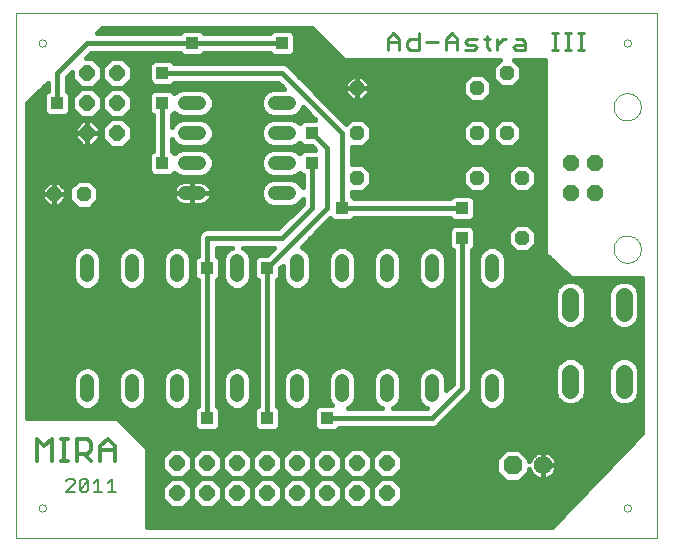
<source format=gtl>
G75*
G70*
%OFA0B0*%
%FSLAX24Y24*%
%IPPOS*%
%LPD*%
%AMOC8*
5,1,8,0,0,1.08239X$1,22.5*
%
%ADD10C,0.0000*%
%ADD11C,0.0130*%
%ADD12C,0.0080*%
%ADD13C,0.0110*%
%ADD14OC8,0.0531*%
%ADD15OC8,0.0477*%
%ADD16OC8,0.0620*%
%ADD17C,0.0620*%
%ADD18C,0.0557*%
%ADD19C,0.0477*%
%ADD20OC8,0.0517*%
%ADD21R,0.0394X0.0394*%
%ADD22C,0.0160*%
D10*
X000103Y000105D02*
X021473Y000105D01*
X021473Y017601D01*
X000103Y017601D01*
X000103Y000105D01*
X000855Y001101D02*
X000857Y001122D01*
X000863Y001142D01*
X000872Y001162D01*
X000884Y001179D01*
X000899Y001193D01*
X000917Y001205D01*
X000937Y001213D01*
X000957Y001218D01*
X000978Y001219D01*
X000999Y001216D01*
X001019Y001210D01*
X001038Y001199D01*
X001055Y001186D01*
X001068Y001170D01*
X001079Y001152D01*
X001087Y001132D01*
X001091Y001112D01*
X001091Y001090D01*
X001087Y001070D01*
X001079Y001050D01*
X001068Y001032D01*
X001055Y001016D01*
X001038Y001003D01*
X001019Y000992D01*
X000999Y000986D01*
X000978Y000983D01*
X000957Y000984D01*
X000937Y000989D01*
X000917Y000997D01*
X000899Y001009D01*
X000884Y001023D01*
X000872Y001040D01*
X000863Y001060D01*
X000857Y001080D01*
X000855Y001101D01*
X020355Y001101D02*
X020357Y001122D01*
X020363Y001142D01*
X020372Y001162D01*
X020384Y001179D01*
X020399Y001193D01*
X020417Y001205D01*
X020437Y001213D01*
X020457Y001218D01*
X020478Y001219D01*
X020499Y001216D01*
X020519Y001210D01*
X020538Y001199D01*
X020555Y001186D01*
X020568Y001170D01*
X020579Y001152D01*
X020587Y001132D01*
X020591Y001112D01*
X020591Y001090D01*
X020587Y001070D01*
X020579Y001050D01*
X020568Y001032D01*
X020555Y001016D01*
X020538Y001003D01*
X020519Y000992D01*
X020499Y000986D01*
X020478Y000983D01*
X020457Y000984D01*
X020437Y000989D01*
X020417Y000997D01*
X020399Y001009D01*
X020384Y001023D01*
X020372Y001040D01*
X020363Y001060D01*
X020357Y001080D01*
X020355Y001101D01*
X020020Y009731D02*
X020022Y009773D01*
X020028Y009815D01*
X020038Y009857D01*
X020051Y009897D01*
X020069Y009936D01*
X020090Y009973D01*
X020114Y010007D01*
X020142Y010040D01*
X020172Y010070D01*
X020205Y010096D01*
X020240Y010120D01*
X020278Y010140D01*
X020317Y010156D01*
X020357Y010169D01*
X020399Y010178D01*
X020441Y010183D01*
X020484Y010184D01*
X020526Y010181D01*
X020568Y010174D01*
X020609Y010163D01*
X020649Y010148D01*
X020687Y010130D01*
X020724Y010108D01*
X020758Y010083D01*
X020790Y010055D01*
X020818Y010024D01*
X020844Y009990D01*
X020867Y009954D01*
X020886Y009917D01*
X020902Y009877D01*
X020914Y009836D01*
X020922Y009795D01*
X020926Y009752D01*
X020926Y009710D01*
X020922Y009667D01*
X020914Y009626D01*
X020902Y009585D01*
X020886Y009545D01*
X020867Y009508D01*
X020844Y009472D01*
X020818Y009438D01*
X020790Y009407D01*
X020758Y009379D01*
X020724Y009354D01*
X020687Y009332D01*
X020649Y009314D01*
X020609Y009299D01*
X020568Y009288D01*
X020526Y009281D01*
X020484Y009278D01*
X020441Y009279D01*
X020399Y009284D01*
X020357Y009293D01*
X020317Y009306D01*
X020278Y009322D01*
X020240Y009342D01*
X020205Y009366D01*
X020172Y009392D01*
X020142Y009422D01*
X020114Y009455D01*
X020090Y009489D01*
X020069Y009526D01*
X020051Y009565D01*
X020038Y009605D01*
X020028Y009647D01*
X020022Y009689D01*
X020020Y009731D01*
X020020Y014471D02*
X020022Y014513D01*
X020028Y014555D01*
X020038Y014597D01*
X020051Y014637D01*
X020069Y014676D01*
X020090Y014713D01*
X020114Y014747D01*
X020142Y014780D01*
X020172Y014810D01*
X020205Y014836D01*
X020240Y014860D01*
X020278Y014880D01*
X020317Y014896D01*
X020357Y014909D01*
X020399Y014918D01*
X020441Y014923D01*
X020484Y014924D01*
X020526Y014921D01*
X020568Y014914D01*
X020609Y014903D01*
X020649Y014888D01*
X020687Y014870D01*
X020724Y014848D01*
X020758Y014823D01*
X020790Y014795D01*
X020818Y014764D01*
X020844Y014730D01*
X020867Y014694D01*
X020886Y014657D01*
X020902Y014617D01*
X020914Y014576D01*
X020922Y014535D01*
X020926Y014492D01*
X020926Y014450D01*
X020922Y014407D01*
X020914Y014366D01*
X020902Y014325D01*
X020886Y014285D01*
X020867Y014248D01*
X020844Y014212D01*
X020818Y014178D01*
X020790Y014147D01*
X020758Y014119D01*
X020724Y014094D01*
X020687Y014072D01*
X020649Y014054D01*
X020609Y014039D01*
X020568Y014028D01*
X020526Y014021D01*
X020484Y014018D01*
X020441Y014019D01*
X020399Y014024D01*
X020357Y014033D01*
X020317Y014046D01*
X020278Y014062D01*
X020240Y014082D01*
X020205Y014106D01*
X020172Y014132D01*
X020142Y014162D01*
X020114Y014195D01*
X020090Y014229D01*
X020069Y014266D01*
X020051Y014305D01*
X020038Y014345D01*
X020028Y014387D01*
X020022Y014429D01*
X020020Y014471D01*
X020355Y016601D02*
X020357Y016622D01*
X020363Y016642D01*
X020372Y016662D01*
X020384Y016679D01*
X020399Y016693D01*
X020417Y016705D01*
X020437Y016713D01*
X020457Y016718D01*
X020478Y016719D01*
X020499Y016716D01*
X020519Y016710D01*
X020538Y016699D01*
X020555Y016686D01*
X020568Y016670D01*
X020579Y016652D01*
X020587Y016632D01*
X020591Y016612D01*
X020591Y016590D01*
X020587Y016570D01*
X020579Y016550D01*
X020568Y016532D01*
X020555Y016516D01*
X020538Y016503D01*
X020519Y016492D01*
X020499Y016486D01*
X020478Y016483D01*
X020457Y016484D01*
X020437Y016489D01*
X020417Y016497D01*
X020399Y016509D01*
X020384Y016523D01*
X020372Y016540D01*
X020363Y016560D01*
X020357Y016580D01*
X020355Y016601D01*
X000855Y016601D02*
X000857Y016622D01*
X000863Y016642D01*
X000872Y016662D01*
X000884Y016679D01*
X000899Y016693D01*
X000917Y016705D01*
X000937Y016713D01*
X000957Y016718D01*
X000978Y016719D01*
X000999Y016716D01*
X001019Y016710D01*
X001038Y016699D01*
X001055Y016686D01*
X001068Y016670D01*
X001079Y016652D01*
X001087Y016632D01*
X001091Y016612D01*
X001091Y016590D01*
X001087Y016570D01*
X001079Y016550D01*
X001068Y016532D01*
X001055Y016516D01*
X001038Y016503D01*
X001019Y016492D01*
X000999Y016486D01*
X000978Y016483D01*
X000957Y016484D01*
X000937Y016489D01*
X000917Y016497D01*
X000899Y016509D01*
X000884Y016523D01*
X000872Y016540D01*
X000863Y016560D01*
X000857Y016580D01*
X000855Y016601D01*
D11*
X000801Y003396D02*
X001045Y003153D01*
X001288Y003396D01*
X001288Y002666D01*
X001593Y002666D02*
X001837Y002666D01*
X001715Y002666D02*
X001715Y003396D01*
X001593Y003396D02*
X001837Y003396D01*
X002121Y003396D02*
X002486Y003396D01*
X002608Y003275D01*
X002608Y003031D01*
X002486Y002909D01*
X002121Y002909D01*
X002121Y002666D02*
X002121Y003396D01*
X002365Y002909D02*
X002608Y002666D01*
X002913Y002666D02*
X002913Y003153D01*
X003156Y003396D01*
X003400Y003153D01*
X003400Y002666D01*
X003400Y003031D02*
X002913Y003031D01*
X000801Y002666D02*
X000801Y003396D01*
D12*
X001846Y002061D02*
X001776Y001991D01*
X001846Y002061D02*
X001987Y002061D01*
X002057Y001991D01*
X002057Y001921D01*
X001776Y001641D01*
X002057Y001641D01*
X002237Y001711D02*
X002517Y001991D01*
X002517Y001711D01*
X002447Y001641D01*
X002307Y001641D01*
X002237Y001711D01*
X002237Y001991D01*
X002307Y002061D01*
X002447Y002061D01*
X002517Y001991D01*
X002697Y001921D02*
X002837Y002061D01*
X002837Y001641D01*
X002697Y001641D02*
X002977Y001641D01*
X003157Y001641D02*
X003438Y001641D01*
X003298Y001641D02*
X003298Y002061D01*
X003157Y001921D01*
D13*
X012488Y016353D02*
X012488Y016746D01*
X012685Y016943D01*
X012882Y016746D01*
X012882Y016353D01*
X013133Y016451D02*
X013133Y016648D01*
X013231Y016746D01*
X013526Y016746D01*
X013526Y016943D02*
X013526Y016353D01*
X013231Y016353D01*
X013133Y016451D01*
X012882Y016648D02*
X012488Y016648D01*
X013777Y016648D02*
X014171Y016648D01*
X014422Y016648D02*
X014815Y016648D01*
X014815Y016746D02*
X014815Y016353D01*
X015066Y016353D02*
X015362Y016353D01*
X015460Y016451D01*
X015362Y016549D01*
X015165Y016549D01*
X015066Y016648D01*
X015165Y016746D01*
X015460Y016746D01*
X015711Y016746D02*
X015908Y016746D01*
X015809Y016845D02*
X015809Y016451D01*
X015908Y016353D01*
X016141Y016353D02*
X016141Y016746D01*
X016337Y016746D02*
X016141Y016549D01*
X016337Y016746D02*
X016436Y016746D01*
X016776Y016746D02*
X016973Y016746D01*
X017071Y016648D01*
X017071Y016353D01*
X016776Y016353D01*
X016678Y016451D01*
X016776Y016549D01*
X017071Y016549D01*
X017967Y016353D02*
X018164Y016353D01*
X018065Y016353D02*
X018065Y016943D01*
X017967Y016943D02*
X018164Y016943D01*
X018396Y016943D02*
X018593Y016943D01*
X018495Y016943D02*
X018495Y016353D01*
X018593Y016353D02*
X018396Y016353D01*
X018826Y016353D02*
X019023Y016353D01*
X018924Y016353D02*
X018924Y016943D01*
X018826Y016943D02*
X019023Y016943D01*
X014815Y016746D02*
X014619Y016943D01*
X014422Y016746D01*
X014422Y016353D01*
D14*
X018618Y012593D03*
X019406Y012593D03*
X019406Y011609D03*
X018618Y011609D03*
D15*
X016973Y012101D03*
X015473Y012101D03*
X015473Y013601D03*
X016473Y013601D03*
X015473Y015101D03*
X016473Y015601D03*
X011473Y015101D03*
X011473Y013601D03*
X011473Y012101D03*
X016973Y010101D03*
X002354Y011561D03*
X001354Y011561D03*
D16*
X016658Y002522D03*
D17*
X017658Y002522D03*
D18*
X018583Y005042D02*
X018583Y005600D01*
X020363Y005600D02*
X020363Y005042D01*
X020363Y007602D02*
X020363Y008160D01*
X018583Y008160D02*
X018583Y007602D01*
D19*
X015973Y008862D02*
X015973Y009340D01*
X013973Y009340D02*
X013973Y008862D01*
X012473Y008862D02*
X012473Y009340D01*
X010973Y009340D02*
X010973Y008862D01*
X009473Y008862D02*
X009473Y009340D01*
X007473Y009340D02*
X007473Y008862D01*
X005473Y008862D02*
X005473Y009340D01*
X003973Y009340D02*
X003973Y008862D01*
X002473Y008862D02*
X002473Y009340D01*
X005734Y011601D02*
X006211Y011601D01*
X006211Y012601D02*
X005734Y012601D01*
X005734Y013601D02*
X006211Y013601D01*
X006211Y014601D02*
X005734Y014601D01*
X008734Y014601D02*
X009211Y014601D01*
X009211Y013601D02*
X008734Y013601D01*
X008734Y012601D02*
X009211Y012601D01*
X009211Y011601D02*
X008734Y011601D01*
X009473Y005340D02*
X009473Y004862D01*
X010973Y004862D02*
X010973Y005340D01*
X012473Y005340D02*
X012473Y004862D01*
X013973Y004862D02*
X013973Y005340D01*
X015973Y005340D02*
X015973Y004862D01*
X007473Y004862D02*
X007473Y005340D01*
X005473Y005340D02*
X005473Y004862D01*
X003973Y004862D02*
X003973Y005340D01*
X002473Y005340D02*
X002473Y004862D01*
D20*
X005473Y002601D03*
X006473Y002601D03*
X007473Y002601D03*
X008473Y002601D03*
X009473Y002601D03*
X010473Y002601D03*
X011473Y002601D03*
X012473Y002601D03*
X012473Y001601D03*
X011473Y001601D03*
X010473Y001601D03*
X009473Y001601D03*
X008473Y001601D03*
X007473Y001601D03*
X006473Y001601D03*
X005473Y001601D03*
X003473Y013601D03*
X002473Y013601D03*
X002473Y014601D03*
X003473Y014601D03*
X003473Y015601D03*
X002473Y015601D03*
D21*
X001473Y014601D03*
X004973Y014601D03*
X004984Y015601D03*
X005973Y016601D03*
X008973Y016601D03*
X009973Y013601D03*
X009973Y012601D03*
X010973Y011101D03*
X008473Y009101D03*
X006473Y009101D03*
X004973Y012601D03*
X014973Y011101D03*
X014973Y010101D03*
X017473Y015101D03*
X010473Y004101D03*
X008473Y004101D03*
X006473Y004101D03*
D22*
X006473Y009101D01*
X006473Y010101D01*
X008973Y010101D01*
X009973Y011101D01*
X009973Y012601D01*
X010083Y013038D02*
X009728Y013038D01*
X009640Y013001D01*
X009572Y012934D01*
X009567Y012922D01*
X009483Y013007D01*
X009307Y013079D01*
X008639Y013079D01*
X008463Y013007D01*
X008328Y012872D01*
X008255Y012696D01*
X008255Y012506D01*
X008328Y012330D01*
X008463Y012195D01*
X008639Y012122D01*
X009307Y012122D01*
X009483Y012195D01*
X009567Y012280D01*
X009572Y012268D01*
X009640Y012200D01*
X009653Y012195D01*
X009653Y011786D01*
X009617Y011872D01*
X009483Y012007D01*
X009307Y012079D01*
X008639Y012079D01*
X008463Y012007D01*
X008328Y011872D01*
X008255Y011696D01*
X008255Y011506D01*
X008328Y011330D01*
X008463Y011195D01*
X008639Y011122D01*
X009307Y011122D01*
X009483Y011195D01*
X009617Y011330D01*
X009653Y011415D01*
X009653Y011233D01*
X008840Y010421D01*
X006409Y010421D01*
X006291Y010372D01*
X006201Y010282D01*
X006153Y010164D01*
X006153Y010037D01*
X006153Y009506D01*
X006140Y009501D01*
X006072Y009434D01*
X006036Y009345D01*
X006036Y008856D01*
X006072Y008768D01*
X006140Y008700D01*
X006153Y008695D01*
X006153Y004506D01*
X006140Y004501D01*
X006072Y004434D01*
X006036Y004345D01*
X006036Y003856D01*
X006072Y003768D01*
X006140Y003700D01*
X006228Y003664D01*
X006717Y003664D01*
X006805Y003700D01*
X006873Y003768D01*
X006909Y003856D01*
X006909Y004345D01*
X006873Y004434D01*
X006805Y004501D01*
X006793Y004506D01*
X006793Y008695D01*
X006805Y008700D01*
X006873Y008768D01*
X006909Y008856D01*
X006909Y009345D01*
X006873Y009434D01*
X006805Y009501D01*
X006793Y009506D01*
X006793Y009781D01*
X007287Y009781D01*
X007201Y009745D01*
X007067Y009611D01*
X006994Y009435D01*
X006994Y008767D01*
X007067Y008591D01*
X007201Y008456D01*
X007377Y008383D01*
X007568Y008383D01*
X007744Y008456D01*
X007878Y008591D01*
X007951Y008767D01*
X007951Y009435D01*
X007878Y009611D01*
X007744Y009745D01*
X007658Y009781D01*
X008700Y009781D01*
X008457Y009538D01*
X008228Y009538D01*
X008140Y009501D01*
X008072Y009434D01*
X008036Y009345D01*
X008036Y008856D01*
X008072Y008768D01*
X008140Y008700D01*
X008153Y008695D01*
X008153Y004506D01*
X008140Y004501D01*
X008072Y004434D01*
X008036Y004345D01*
X008036Y003856D01*
X008072Y003768D01*
X008140Y003700D01*
X008228Y003664D01*
X008717Y003664D01*
X008805Y003700D01*
X008873Y003768D01*
X008909Y003856D01*
X008909Y004345D01*
X008873Y004434D01*
X008805Y004501D01*
X008793Y004506D01*
X008793Y008695D01*
X008805Y008700D01*
X008873Y008768D01*
X008909Y008856D01*
X008909Y009085D01*
X008994Y009170D01*
X008994Y008767D01*
X009067Y008591D01*
X009201Y008456D01*
X009377Y008383D01*
X009568Y008383D01*
X009744Y008456D01*
X009878Y008591D01*
X009951Y008767D01*
X009951Y009435D01*
X009878Y009611D01*
X009744Y009745D01*
X009621Y009796D01*
X010582Y010758D01*
X010640Y010700D01*
X010728Y010664D01*
X011217Y010664D01*
X011305Y010700D01*
X011373Y010768D01*
X011378Y010781D01*
X014567Y010781D01*
X014572Y010768D01*
X014640Y010700D01*
X014728Y010664D01*
X015217Y010664D01*
X015305Y010700D01*
X015373Y010768D01*
X015409Y010856D01*
X015409Y011345D01*
X015373Y011434D01*
X015305Y011501D01*
X015217Y011538D01*
X014728Y011538D01*
X014640Y011501D01*
X014572Y011434D01*
X014567Y011421D01*
X011378Y011421D01*
X011373Y011434D01*
X011305Y011501D01*
X011293Y011506D01*
X011293Y011622D01*
X011671Y011622D01*
X011951Y011902D01*
X011951Y012299D01*
X011671Y012579D01*
X011293Y012579D01*
X011293Y013122D01*
X011671Y013122D01*
X011951Y013402D01*
X011951Y013799D01*
X011671Y014079D01*
X011274Y014079D01*
X011110Y013916D01*
X009154Y015872D01*
X009036Y015921D01*
X008909Y015921D01*
X005390Y015921D01*
X005385Y015934D01*
X005317Y016001D01*
X005229Y016038D01*
X004740Y016038D01*
X004652Y016001D01*
X004584Y015934D01*
X004548Y015845D01*
X004548Y015356D01*
X004584Y015268D01*
X004652Y015200D01*
X004740Y015164D01*
X005229Y015164D01*
X005317Y015200D01*
X005385Y015268D01*
X005390Y015281D01*
X008840Y015281D01*
X009041Y015079D01*
X008639Y015079D01*
X008463Y015007D01*
X008328Y014872D01*
X008255Y014696D01*
X008255Y014506D01*
X008328Y014330D01*
X008463Y014195D01*
X008639Y014122D01*
X009307Y014122D01*
X009483Y014195D01*
X009617Y014330D01*
X009668Y014453D01*
X010083Y014038D01*
X009728Y014038D01*
X009640Y014001D01*
X009572Y013934D01*
X009567Y013922D01*
X009483Y014007D01*
X009307Y014079D01*
X008639Y014079D01*
X008463Y014007D01*
X008328Y013872D01*
X008255Y013696D01*
X008255Y013506D01*
X008328Y013330D01*
X008463Y013195D01*
X008639Y013122D01*
X009307Y013122D01*
X009483Y013195D01*
X009567Y013280D01*
X009572Y013268D01*
X009640Y013200D01*
X009728Y013164D01*
X009957Y013164D01*
X010083Y013038D01*
X010019Y013101D02*
X005293Y013101D01*
X005293Y013006D02*
X005293Y013415D01*
X005328Y013330D01*
X005463Y013195D01*
X005639Y013122D01*
X006307Y013122D01*
X006483Y013195D01*
X006617Y013330D01*
X006690Y013506D01*
X006690Y013696D01*
X006617Y013872D01*
X006483Y014007D01*
X006307Y014079D01*
X005639Y014079D01*
X005463Y014007D01*
X005328Y013872D01*
X005293Y013786D01*
X005293Y014195D01*
X005305Y014200D01*
X005373Y014268D01*
X005378Y014280D01*
X005463Y014195D01*
X005639Y014122D01*
X006307Y014122D01*
X006483Y014195D01*
X006617Y014330D01*
X006690Y014506D01*
X006690Y014696D01*
X006617Y014872D01*
X006483Y015007D01*
X006307Y015079D01*
X005639Y015079D01*
X005463Y015007D01*
X005378Y014922D01*
X005373Y014934D01*
X005305Y015001D01*
X005217Y015038D01*
X004728Y015038D01*
X004640Y015001D01*
X004572Y014934D01*
X004536Y014845D01*
X003933Y014845D01*
X003971Y014807D02*
X003679Y015099D01*
X003266Y015099D01*
X002974Y014807D01*
X002974Y014394D01*
X003266Y014102D01*
X003679Y014102D01*
X003971Y014394D01*
X003971Y014807D01*
X003971Y014687D02*
X004536Y014687D01*
X004536Y014845D02*
X004536Y014356D01*
X004572Y014268D01*
X004640Y014200D01*
X004653Y014195D01*
X004653Y013006D01*
X004640Y013001D01*
X004572Y012934D01*
X004536Y012845D01*
X004536Y012356D01*
X004572Y012268D01*
X004640Y012200D01*
X004728Y012164D01*
X005217Y012164D01*
X005305Y012200D01*
X005373Y012268D01*
X005378Y012280D01*
X005463Y012195D01*
X005639Y012122D01*
X006307Y012122D01*
X006483Y012195D01*
X006617Y012330D01*
X006690Y012506D01*
X006690Y012696D01*
X006617Y012872D01*
X006483Y013007D01*
X006307Y013079D01*
X005639Y013079D01*
X005463Y013007D01*
X005378Y012922D01*
X005373Y012934D01*
X005305Y013001D01*
X005293Y013006D01*
X005364Y012943D02*
X005399Y012943D01*
X005398Y013260D02*
X005293Y013260D01*
X004653Y013260D02*
X003837Y013260D01*
X003971Y013394D02*
X003679Y013102D01*
X003266Y013102D01*
X002974Y013394D01*
X002974Y013807D01*
X003266Y014099D01*
X003679Y014099D01*
X003971Y013807D01*
X003971Y013394D01*
X003971Y013418D02*
X004653Y013418D01*
X004653Y013577D02*
X003971Y013577D01*
X003971Y013736D02*
X004653Y013736D01*
X004653Y013894D02*
X003885Y013894D01*
X003726Y014053D02*
X004653Y014053D01*
X004629Y014211D02*
X003788Y014211D01*
X003947Y014370D02*
X004536Y014370D01*
X004536Y014528D02*
X003971Y014528D01*
X003775Y015004D02*
X004647Y015004D01*
X004562Y015321D02*
X003898Y015321D01*
X003971Y015394D02*
X003679Y015102D01*
X003266Y015102D01*
X002974Y015394D01*
X002974Y015807D01*
X003266Y016099D01*
X003679Y016099D01*
X003971Y015807D01*
X003971Y015394D01*
X003971Y015479D02*
X004548Y015479D01*
X004548Y015638D02*
X003971Y015638D01*
X003971Y015797D02*
X004548Y015797D01*
X004606Y015955D02*
X003824Y015955D01*
X003122Y015955D02*
X002824Y015955D01*
X002679Y016099D02*
X002971Y015807D01*
X002971Y015394D01*
X002679Y015102D01*
X002266Y015102D01*
X001974Y015394D01*
X001974Y015650D01*
X001793Y015468D01*
X001793Y015006D01*
X001805Y015001D01*
X001873Y014934D01*
X001909Y014845D01*
X002012Y014845D01*
X001974Y014807D02*
X001974Y014394D01*
X002266Y014102D01*
X002679Y014102D01*
X002971Y014394D01*
X002971Y014807D01*
X002679Y015099D01*
X002266Y015099D01*
X001974Y014807D01*
X001909Y014845D02*
X001909Y014356D01*
X001873Y014268D01*
X001805Y014200D01*
X001717Y014164D01*
X001228Y014164D01*
X001140Y014200D01*
X001072Y014268D01*
X001036Y014356D01*
X001036Y014845D01*
X000717Y014845D01*
X000559Y014687D02*
X001036Y014687D01*
X001036Y014845D02*
X001072Y014934D01*
X001140Y015001D01*
X001153Y015006D01*
X001153Y015281D01*
X000473Y014601D01*
X000473Y004101D01*
X003473Y004101D01*
X004473Y003101D01*
X004473Y000483D01*
X017973Y000483D01*
X020973Y003601D01*
X020973Y008758D01*
X018591Y008758D01*
X017748Y009561D01*
X017748Y016034D01*
X016716Y016034D01*
X016951Y015799D01*
X016951Y015402D01*
X016671Y015122D01*
X016274Y015122D01*
X015994Y015402D01*
X015994Y015799D01*
X016229Y016034D01*
X011040Y016034D01*
X009973Y017101D01*
X002973Y017101D01*
X002793Y016921D01*
X005567Y016921D01*
X005572Y016934D01*
X005640Y017001D01*
X005728Y017038D01*
X006217Y017038D01*
X006305Y017001D01*
X006373Y016934D01*
X006378Y016921D01*
X008567Y016921D01*
X008572Y016934D01*
X008640Y017001D01*
X008728Y017038D01*
X009217Y017038D01*
X009305Y017001D01*
X009373Y016934D01*
X009409Y016845D01*
X009409Y016356D01*
X009373Y016268D01*
X009305Y016200D01*
X009217Y016164D01*
X008728Y016164D01*
X008640Y016200D01*
X008572Y016268D01*
X008567Y016281D01*
X006378Y016281D01*
X006373Y016268D01*
X006305Y016200D01*
X006217Y016164D01*
X005728Y016164D01*
X005640Y016200D01*
X005572Y016268D01*
X005567Y016281D01*
X002605Y016281D01*
X002424Y016099D01*
X002679Y016099D01*
X002597Y016272D02*
X005571Y016272D01*
X005363Y015955D02*
X016150Y015955D01*
X015994Y015797D02*
X009229Y015797D01*
X009388Y015638D02*
X015994Y015638D01*
X015994Y015479D02*
X015771Y015479D01*
X015671Y015579D02*
X015951Y015299D01*
X015951Y014902D01*
X015671Y014622D01*
X015274Y014622D01*
X014994Y014902D01*
X014994Y015299D01*
X015274Y015579D01*
X015671Y015579D01*
X015929Y015321D02*
X016075Y015321D01*
X015951Y015162D02*
X016234Y015162D01*
X015951Y015004D02*
X017748Y015004D01*
X017748Y015162D02*
X016711Y015162D01*
X016870Y015321D02*
X017748Y015321D01*
X017748Y015479D02*
X016951Y015479D01*
X016951Y015638D02*
X017748Y015638D01*
X017748Y015797D02*
X016951Y015797D01*
X016795Y015955D02*
X017748Y015955D01*
X017748Y014845D02*
X015894Y014845D01*
X015736Y014687D02*
X017748Y014687D01*
X017748Y014528D02*
X010498Y014528D01*
X010656Y014370D02*
X017748Y014370D01*
X017748Y014211D02*
X010815Y014211D01*
X010973Y014053D02*
X011247Y014053D01*
X011698Y014053D02*
X015247Y014053D01*
X015274Y014079D02*
X014994Y013799D01*
X014994Y013402D01*
X015274Y013122D01*
X015671Y013122D01*
X015951Y013402D01*
X015951Y013799D01*
X015671Y014079D01*
X015274Y014079D01*
X015089Y013894D02*
X011856Y013894D01*
X011951Y013736D02*
X014994Y013736D01*
X014994Y013577D02*
X011951Y013577D01*
X011951Y013418D02*
X014994Y013418D01*
X015136Y013260D02*
X011809Y013260D01*
X011293Y013101D02*
X017748Y013101D01*
X017748Y012943D02*
X011293Y012943D01*
X011293Y012784D02*
X017748Y012784D01*
X017748Y012626D02*
X011293Y012626D01*
X011783Y012467D02*
X015162Y012467D01*
X015274Y012579D02*
X014994Y012299D01*
X014994Y011902D01*
X015274Y011622D01*
X015671Y011622D01*
X015951Y011902D01*
X015951Y012299D01*
X015671Y012579D01*
X015274Y012579D01*
X015003Y012309D02*
X011942Y012309D01*
X011951Y012150D02*
X014994Y012150D01*
X014994Y011992D02*
X011951Y011992D01*
X011882Y011833D02*
X015063Y011833D01*
X015222Y011674D02*
X011723Y011674D01*
X011293Y011516D02*
X014676Y011516D01*
X015270Y011516D02*
X017748Y011516D01*
X017748Y011674D02*
X017223Y011674D01*
X017171Y011622D02*
X017451Y011902D01*
X017451Y012299D01*
X017171Y012579D01*
X016774Y012579D01*
X016494Y012299D01*
X016494Y011902D01*
X016774Y011622D01*
X017171Y011622D01*
X017382Y011833D02*
X017748Y011833D01*
X017748Y011992D02*
X017451Y011992D01*
X017451Y012150D02*
X017748Y012150D01*
X017748Y012309D02*
X017442Y012309D01*
X017283Y012467D02*
X017748Y012467D01*
X017748Y013260D02*
X016809Y013260D01*
X016671Y013122D02*
X016951Y013402D01*
X016951Y013799D01*
X016671Y014079D01*
X016274Y014079D01*
X015994Y013799D01*
X015994Y013402D01*
X016274Y013122D01*
X016671Y013122D01*
X016951Y013418D02*
X017748Y013418D01*
X017748Y013577D02*
X016951Y013577D01*
X016951Y013736D02*
X017748Y013736D01*
X017748Y013894D02*
X016856Y013894D01*
X016698Y014053D02*
X017748Y014053D01*
X016247Y014053D02*
X015698Y014053D01*
X015856Y013894D02*
X016089Y013894D01*
X015994Y013736D02*
X015951Y013736D01*
X015951Y013577D02*
X015994Y013577D01*
X015994Y013418D02*
X015951Y013418D01*
X015809Y013260D02*
X016136Y013260D01*
X015783Y012467D02*
X016662Y012467D01*
X016503Y012309D02*
X015942Y012309D01*
X015951Y012150D02*
X016494Y012150D01*
X016494Y011992D02*
X015951Y011992D01*
X015882Y011833D02*
X016563Y011833D01*
X016722Y011674D02*
X015723Y011674D01*
X015404Y011357D02*
X017748Y011357D01*
X017748Y011199D02*
X015409Y011199D01*
X015409Y011040D02*
X017748Y011040D01*
X017748Y010882D02*
X015409Y010882D01*
X015328Y010723D02*
X017748Y010723D01*
X017748Y010565D02*
X017186Y010565D01*
X017171Y010579D02*
X016774Y010579D01*
X016494Y010299D01*
X016494Y009902D01*
X016774Y009622D01*
X017171Y009622D01*
X017451Y009902D01*
X017451Y010299D01*
X017171Y010579D01*
X017344Y010406D02*
X017748Y010406D01*
X017748Y010248D02*
X017451Y010248D01*
X017451Y010089D02*
X017748Y010089D01*
X017748Y009930D02*
X017451Y009930D01*
X017321Y009772D02*
X017748Y009772D01*
X017748Y009613D02*
X016376Y009613D01*
X016378Y009611D02*
X016244Y009745D01*
X016068Y009818D01*
X015877Y009818D01*
X015701Y009745D01*
X015567Y009611D01*
X015494Y009435D01*
X015494Y008767D01*
X015567Y008591D01*
X015701Y008456D01*
X015877Y008383D01*
X016068Y008383D01*
X016244Y008456D01*
X016378Y008591D01*
X016451Y008767D01*
X016451Y009435D01*
X016378Y009611D01*
X016443Y009455D02*
X017860Y009455D01*
X018026Y009296D02*
X016451Y009296D01*
X016451Y009138D02*
X018193Y009138D01*
X018359Y008979D02*
X016451Y008979D01*
X016451Y008821D02*
X018525Y008821D01*
X018479Y008678D02*
X018289Y008599D01*
X018143Y008453D01*
X018064Y008263D01*
X018064Y007499D01*
X018143Y007308D01*
X018289Y007162D01*
X018479Y007083D01*
X018686Y007083D01*
X018876Y007162D01*
X019022Y007308D01*
X019101Y007499D01*
X019101Y008263D01*
X019022Y008453D01*
X018876Y008599D01*
X018686Y008678D01*
X018479Y008678D01*
X018441Y008662D02*
X016408Y008662D01*
X016291Y008504D02*
X018193Y008504D01*
X018098Y008345D02*
X015293Y008345D01*
X015293Y008186D02*
X018064Y008186D01*
X018064Y008028D02*
X015293Y008028D01*
X015293Y007869D02*
X018064Y007869D01*
X018064Y007711D02*
X015293Y007711D01*
X015293Y007552D02*
X018064Y007552D01*
X018107Y007394D02*
X015293Y007394D01*
X015293Y007235D02*
X018216Y007235D01*
X018949Y007235D02*
X019996Y007235D01*
X020069Y007162D02*
X020259Y007083D01*
X020466Y007083D01*
X020656Y007162D01*
X020802Y007308D01*
X020881Y007499D01*
X020881Y008263D01*
X020802Y008453D01*
X020656Y008599D01*
X020466Y008678D01*
X020259Y008678D01*
X020069Y008599D01*
X019923Y008453D01*
X019844Y008263D01*
X019844Y007499D01*
X019923Y007308D01*
X020069Y007162D01*
X019887Y007394D02*
X019058Y007394D01*
X019101Y007552D02*
X019844Y007552D01*
X019844Y007711D02*
X019101Y007711D01*
X019101Y007869D02*
X019844Y007869D01*
X019844Y008028D02*
X019101Y008028D01*
X019101Y008186D02*
X019844Y008186D01*
X019878Y008345D02*
X019067Y008345D01*
X018972Y008504D02*
X019973Y008504D01*
X020221Y008662D02*
X018725Y008662D01*
X020505Y008662D02*
X020973Y008662D01*
X020973Y008504D02*
X020752Y008504D01*
X020847Y008345D02*
X020973Y008345D01*
X020973Y008186D02*
X020881Y008186D01*
X020881Y008028D02*
X020973Y008028D01*
X020973Y007869D02*
X020881Y007869D01*
X020881Y007711D02*
X020973Y007711D01*
X020973Y007552D02*
X020881Y007552D01*
X020838Y007394D02*
X020973Y007394D01*
X020973Y007235D02*
X020729Y007235D01*
X020973Y007077D02*
X015293Y007077D01*
X015293Y006918D02*
X020973Y006918D01*
X020973Y006760D02*
X015293Y006760D01*
X015293Y006601D02*
X020973Y006601D01*
X020973Y006443D02*
X015293Y006443D01*
X015293Y006284D02*
X020973Y006284D01*
X020973Y006125D02*
X015293Y006125D01*
X015293Y005967D02*
X018216Y005967D01*
X018289Y006039D02*
X018143Y005893D01*
X018064Y005703D01*
X018064Y004939D01*
X018143Y004748D01*
X018289Y004602D01*
X018479Y004523D01*
X018686Y004523D01*
X018876Y004602D01*
X019022Y004748D01*
X019101Y004939D01*
X019101Y005703D01*
X019022Y005893D01*
X018876Y006039D01*
X018686Y006118D01*
X018479Y006118D01*
X018289Y006039D01*
X018108Y005808D02*
X016092Y005808D01*
X016068Y005818D02*
X015877Y005818D01*
X015701Y005745D01*
X015567Y005611D01*
X015494Y005435D01*
X015494Y004767D01*
X015567Y004591D01*
X015701Y004456D01*
X015877Y004383D01*
X016068Y004383D01*
X016244Y004456D01*
X016378Y004591D01*
X016451Y004767D01*
X016451Y005435D01*
X016378Y005611D01*
X016244Y005745D01*
X016068Y005818D01*
X015853Y005808D02*
X015293Y005808D01*
X015293Y005650D02*
X015606Y005650D01*
X015517Y005491D02*
X015293Y005491D01*
X015293Y005333D02*
X015494Y005333D01*
X015494Y005174D02*
X015293Y005174D01*
X015293Y005164D02*
X015293Y009695D01*
X015305Y009700D01*
X015373Y009768D01*
X015409Y009856D01*
X015409Y010345D01*
X015373Y010434D01*
X015305Y010501D01*
X015217Y010538D01*
X014728Y010538D01*
X014640Y010501D01*
X014572Y010434D01*
X014536Y010345D01*
X014536Y009856D01*
X014572Y009768D01*
X014640Y009700D01*
X014653Y009695D01*
X014653Y005233D01*
X014451Y005032D01*
X014451Y005435D01*
X014378Y005611D01*
X014244Y005745D01*
X014068Y005818D01*
X013877Y005818D01*
X013701Y005745D01*
X013567Y005611D01*
X013494Y005435D01*
X013494Y004767D01*
X013567Y004591D01*
X013701Y004456D01*
X013787Y004421D01*
X012658Y004421D01*
X012744Y004456D01*
X012878Y004591D01*
X012951Y004767D01*
X012951Y005435D01*
X012878Y005611D01*
X012744Y005745D01*
X012568Y005818D01*
X012377Y005818D01*
X012201Y005745D01*
X012067Y005611D01*
X011994Y005435D01*
X011994Y004767D01*
X012067Y004591D01*
X012201Y004456D01*
X012287Y004421D01*
X011158Y004421D01*
X011244Y004456D01*
X011378Y004591D01*
X011451Y004767D01*
X011451Y005435D01*
X011378Y005611D01*
X011244Y005745D01*
X011068Y005818D01*
X010877Y005818D01*
X010701Y005745D01*
X010567Y005611D01*
X010494Y005435D01*
X010494Y004767D01*
X010567Y004591D01*
X010620Y004538D01*
X010228Y004538D01*
X010140Y004501D01*
X010072Y004434D01*
X010036Y004345D01*
X010036Y003856D01*
X010072Y003768D01*
X010140Y003700D01*
X010228Y003664D01*
X010717Y003664D01*
X010805Y003700D01*
X010873Y003768D01*
X010878Y003781D01*
X014036Y003781D01*
X014154Y003829D01*
X014244Y003919D01*
X015244Y004919D01*
X015293Y005037D01*
X015293Y005164D01*
X015284Y005016D02*
X015494Y005016D01*
X015494Y004857D02*
X015181Y004857D01*
X015023Y004699D02*
X015522Y004699D01*
X015618Y004540D02*
X014864Y004540D01*
X014706Y004381D02*
X020973Y004381D01*
X020973Y004223D02*
X014547Y004223D01*
X014389Y004064D02*
X020973Y004064D01*
X020973Y003906D02*
X014230Y003906D01*
X013973Y004101D02*
X010473Y004101D01*
X010036Y004064D02*
X008909Y004064D01*
X008909Y003906D02*
X010036Y003906D01*
X010093Y003747D02*
X008852Y003747D01*
X008909Y004223D02*
X010036Y004223D01*
X010051Y004381D02*
X008894Y004381D01*
X008793Y004540D02*
X009118Y004540D01*
X009067Y004591D02*
X009201Y004456D01*
X009377Y004383D01*
X009568Y004383D01*
X009744Y004456D01*
X009878Y004591D01*
X009951Y004767D01*
X009951Y005435D01*
X009878Y005611D01*
X009744Y005745D01*
X009568Y005818D01*
X009377Y005818D01*
X009201Y005745D01*
X009067Y005611D01*
X008994Y005435D01*
X008994Y004767D01*
X009067Y004591D01*
X009022Y004699D02*
X008793Y004699D01*
X008793Y004857D02*
X008994Y004857D01*
X008994Y005016D02*
X008793Y005016D01*
X008793Y005174D02*
X008994Y005174D01*
X008994Y005333D02*
X008793Y005333D01*
X008793Y005491D02*
X009017Y005491D01*
X009106Y005650D02*
X008793Y005650D01*
X008793Y005808D02*
X009353Y005808D01*
X009592Y005808D02*
X010853Y005808D01*
X011092Y005808D02*
X012353Y005808D01*
X012592Y005808D02*
X013853Y005808D01*
X014092Y005808D02*
X014653Y005808D01*
X014653Y005650D02*
X014339Y005650D01*
X014428Y005491D02*
X014653Y005491D01*
X014653Y005333D02*
X014451Y005333D01*
X014451Y005174D02*
X014593Y005174D01*
X014973Y005101D02*
X013973Y004101D01*
X013618Y004540D02*
X012828Y004540D01*
X012923Y004699D02*
X013522Y004699D01*
X013494Y004857D02*
X012951Y004857D01*
X012951Y005016D02*
X013494Y005016D01*
X013494Y005174D02*
X012951Y005174D01*
X012951Y005333D02*
X013494Y005333D01*
X013517Y005491D02*
X012928Y005491D01*
X012839Y005650D02*
X013606Y005650D01*
X014653Y005967D02*
X008793Y005967D01*
X008793Y006125D02*
X014653Y006125D01*
X014653Y006284D02*
X008793Y006284D01*
X008793Y006443D02*
X014653Y006443D01*
X014653Y006601D02*
X008793Y006601D01*
X008793Y006760D02*
X014653Y006760D01*
X014653Y006918D02*
X008793Y006918D01*
X008793Y007077D02*
X014653Y007077D01*
X014653Y007235D02*
X008793Y007235D01*
X008793Y007394D02*
X014653Y007394D01*
X014653Y007552D02*
X008793Y007552D01*
X008793Y007711D02*
X014653Y007711D01*
X014653Y007869D02*
X008793Y007869D01*
X008793Y008028D02*
X014653Y008028D01*
X014653Y008186D02*
X008793Y008186D01*
X008793Y008345D02*
X014653Y008345D01*
X014653Y008504D02*
X014291Y008504D01*
X014244Y008456D02*
X014378Y008591D01*
X014451Y008767D01*
X014451Y009435D01*
X014378Y009611D01*
X014244Y009745D01*
X014068Y009818D01*
X013877Y009818D01*
X013701Y009745D01*
X013567Y009611D01*
X013494Y009435D01*
X013494Y008767D01*
X013567Y008591D01*
X013701Y008456D01*
X013877Y008383D01*
X014068Y008383D01*
X014244Y008456D01*
X014408Y008662D02*
X014653Y008662D01*
X014653Y008821D02*
X014451Y008821D01*
X014451Y008979D02*
X014653Y008979D01*
X014653Y009138D02*
X014451Y009138D01*
X014451Y009296D02*
X014653Y009296D01*
X014653Y009455D02*
X014443Y009455D01*
X014376Y009613D02*
X014653Y009613D01*
X014571Y009772D02*
X014180Y009772D01*
X014536Y009930D02*
X009755Y009930D01*
X009680Y009772D02*
X010766Y009772D01*
X010701Y009745D02*
X010567Y009611D01*
X010494Y009435D01*
X010494Y008767D01*
X010567Y008591D01*
X010701Y008456D01*
X010877Y008383D01*
X011068Y008383D01*
X011244Y008456D01*
X011378Y008591D01*
X011451Y008767D01*
X011451Y009435D01*
X011378Y009611D01*
X011244Y009745D01*
X011068Y009818D01*
X010877Y009818D01*
X010701Y009745D01*
X010569Y009613D02*
X009876Y009613D01*
X009943Y009455D02*
X010502Y009455D01*
X010494Y009296D02*
X009951Y009296D01*
X009951Y009138D02*
X010494Y009138D01*
X010494Y008979D02*
X009951Y008979D01*
X009951Y008821D02*
X010494Y008821D01*
X010537Y008662D02*
X009908Y008662D01*
X009791Y008504D02*
X010654Y008504D01*
X011291Y008504D02*
X012154Y008504D01*
X012201Y008456D02*
X012377Y008383D01*
X012568Y008383D01*
X012744Y008456D01*
X012878Y008591D01*
X012951Y008767D01*
X012951Y009435D01*
X012878Y009611D01*
X012744Y009745D01*
X012568Y009818D01*
X012377Y009818D01*
X012201Y009745D01*
X012067Y009611D01*
X011994Y009435D01*
X011994Y008767D01*
X012067Y008591D01*
X012201Y008456D01*
X012037Y008662D02*
X011408Y008662D01*
X011451Y008821D02*
X011994Y008821D01*
X011994Y008979D02*
X011451Y008979D01*
X011451Y009138D02*
X011994Y009138D01*
X011994Y009296D02*
X011451Y009296D01*
X011443Y009455D02*
X012002Y009455D01*
X012069Y009613D02*
X011376Y009613D01*
X011180Y009772D02*
X012266Y009772D01*
X012680Y009772D02*
X013766Y009772D01*
X013569Y009613D02*
X012876Y009613D01*
X012943Y009455D02*
X013502Y009455D01*
X013494Y009296D02*
X012951Y009296D01*
X012951Y009138D02*
X013494Y009138D01*
X013494Y008979D02*
X012951Y008979D01*
X012951Y008821D02*
X013494Y008821D01*
X013537Y008662D02*
X012908Y008662D01*
X012791Y008504D02*
X013654Y008504D01*
X015293Y008504D02*
X015654Y008504D01*
X015537Y008662D02*
X015293Y008662D01*
X015293Y008821D02*
X015494Y008821D01*
X015494Y008979D02*
X015293Y008979D01*
X015293Y009138D02*
X015494Y009138D01*
X015494Y009296D02*
X015293Y009296D01*
X015293Y009455D02*
X015502Y009455D01*
X015569Y009613D02*
X015293Y009613D01*
X015374Y009772D02*
X015766Y009772D01*
X016180Y009772D02*
X016624Y009772D01*
X016494Y009930D02*
X015409Y009930D01*
X015409Y010089D02*
X016494Y010089D01*
X016494Y010248D02*
X015409Y010248D01*
X015384Y010406D02*
X016601Y010406D01*
X016759Y010565D02*
X010389Y010565D01*
X010548Y010723D02*
X010617Y010723D01*
X010473Y011101D02*
X010473Y013101D01*
X009973Y013601D01*
X009580Y013260D02*
X009547Y013260D01*
X009546Y012943D02*
X009581Y012943D01*
X008399Y012943D02*
X006546Y012943D01*
X006654Y012784D02*
X008292Y012784D01*
X008255Y012626D02*
X006690Y012626D01*
X006674Y012467D02*
X008271Y012467D01*
X008349Y012309D02*
X006596Y012309D01*
X006374Y012150D02*
X008571Y012150D01*
X008448Y011992D02*
X006284Y011992D01*
X006250Y011998D02*
X005973Y011998D01*
X005973Y011601D01*
X006609Y011601D01*
X006609Y011640D01*
X006594Y011717D01*
X006564Y011789D01*
X006520Y011854D01*
X006465Y011909D01*
X006400Y011953D01*
X006327Y011983D01*
X006250Y011998D01*
X005973Y011992D02*
X005972Y011992D01*
X005972Y011998D02*
X005695Y011998D01*
X005618Y011983D01*
X005546Y011953D01*
X005480Y011909D01*
X005425Y011854D01*
X005382Y011789D01*
X005352Y011717D01*
X005336Y011640D01*
X005336Y011601D01*
X005972Y011601D01*
X005972Y011601D01*
X005972Y011998D01*
X005972Y011833D02*
X005973Y011833D01*
X005972Y011674D02*
X005973Y011674D01*
X005973Y011601D02*
X005972Y011601D01*
X005336Y011601D01*
X005336Y011562D01*
X005352Y011485D01*
X005382Y011412D01*
X005425Y011347D01*
X005480Y011292D01*
X005546Y011249D01*
X005618Y011219D01*
X005695Y011203D01*
X005972Y011203D01*
X005972Y011600D01*
X005973Y011600D01*
X005973Y011203D01*
X006250Y011203D01*
X006327Y011219D01*
X006400Y011249D01*
X006465Y011292D01*
X006520Y011347D01*
X006564Y011412D01*
X006594Y011485D01*
X006609Y011562D01*
X006609Y011601D01*
X005973Y011601D01*
X005973Y011601D01*
X005972Y011516D02*
X005973Y011516D01*
X005972Y011357D02*
X005973Y011357D01*
X006527Y011357D02*
X008316Y011357D01*
X008255Y011516D02*
X006600Y011516D01*
X006602Y011674D02*
X008255Y011674D01*
X008312Y011833D02*
X006534Y011833D01*
X005661Y011992D02*
X002601Y011992D01*
X002553Y012040D02*
X002156Y012040D01*
X001876Y011760D01*
X001876Y011363D01*
X002156Y011083D01*
X002553Y011083D01*
X002833Y011363D01*
X002833Y011760D01*
X002553Y012040D01*
X002760Y011833D02*
X005411Y011833D01*
X005343Y011674D02*
X002833Y011674D01*
X002833Y011516D02*
X005345Y011516D01*
X005418Y011357D02*
X002827Y011357D01*
X002669Y011199D02*
X008459Y011199D01*
X009142Y010723D02*
X000473Y010723D01*
X000473Y010565D02*
X008984Y010565D01*
X009301Y010882D02*
X000473Y010882D01*
X000473Y011040D02*
X009460Y011040D01*
X009486Y011199D02*
X009618Y011199D01*
X009629Y011357D02*
X009653Y011357D01*
X009633Y011833D02*
X009653Y011833D01*
X009653Y011992D02*
X009498Y011992D01*
X009374Y012150D02*
X009653Y012150D01*
X010473Y011101D02*
X008473Y009101D01*
X008473Y004101D01*
X008036Y004064D02*
X006909Y004064D01*
X006909Y003906D02*
X008036Y003906D01*
X008093Y003747D02*
X006852Y003747D01*
X006909Y004223D02*
X008036Y004223D01*
X008051Y004381D02*
X006894Y004381D01*
X006793Y004540D02*
X007118Y004540D01*
X007067Y004591D02*
X007201Y004456D01*
X007377Y004383D01*
X007568Y004383D01*
X007744Y004456D01*
X007878Y004591D01*
X007951Y004767D01*
X007951Y005435D01*
X007878Y005611D01*
X007744Y005745D01*
X007568Y005818D01*
X007377Y005818D01*
X007201Y005745D01*
X007067Y005611D01*
X006994Y005435D01*
X006994Y004767D01*
X007067Y004591D01*
X007022Y004699D02*
X006793Y004699D01*
X006793Y004857D02*
X006994Y004857D01*
X006994Y005016D02*
X006793Y005016D01*
X006793Y005174D02*
X006994Y005174D01*
X006994Y005333D02*
X006793Y005333D01*
X006793Y005491D02*
X007017Y005491D01*
X007106Y005650D02*
X006793Y005650D01*
X006793Y005808D02*
X007353Y005808D01*
X007592Y005808D02*
X008153Y005808D01*
X008153Y005650D02*
X007839Y005650D01*
X007928Y005491D02*
X008153Y005491D01*
X008153Y005333D02*
X007951Y005333D01*
X007951Y005174D02*
X008153Y005174D01*
X008153Y005016D02*
X007951Y005016D01*
X007951Y004857D02*
X008153Y004857D01*
X008153Y004699D02*
X007923Y004699D01*
X007828Y004540D02*
X008153Y004540D01*
X009828Y004540D02*
X010618Y004540D01*
X010522Y004699D02*
X009923Y004699D01*
X009951Y004857D02*
X010494Y004857D01*
X010494Y005016D02*
X009951Y005016D01*
X009951Y005174D02*
X010494Y005174D01*
X010494Y005333D02*
X009951Y005333D01*
X009928Y005491D02*
X010517Y005491D01*
X010606Y005650D02*
X009839Y005650D01*
X008153Y005967D02*
X006793Y005967D01*
X006793Y006125D02*
X008153Y006125D01*
X008153Y006284D02*
X006793Y006284D01*
X006793Y006443D02*
X008153Y006443D01*
X008153Y006601D02*
X006793Y006601D01*
X006793Y006760D02*
X008153Y006760D01*
X008153Y006918D02*
X006793Y006918D01*
X006793Y007077D02*
X008153Y007077D01*
X008153Y007235D02*
X006793Y007235D01*
X006793Y007394D02*
X008153Y007394D01*
X008153Y007552D02*
X006793Y007552D01*
X006793Y007711D02*
X008153Y007711D01*
X008153Y007869D02*
X006793Y007869D01*
X006793Y008028D02*
X008153Y008028D01*
X008153Y008186D02*
X006793Y008186D01*
X006793Y008345D02*
X008153Y008345D01*
X008153Y008504D02*
X007791Y008504D01*
X007908Y008662D02*
X008153Y008662D01*
X008050Y008821D02*
X007951Y008821D01*
X007951Y008979D02*
X008036Y008979D01*
X008036Y009138D02*
X007951Y009138D01*
X007951Y009296D02*
X008036Y009296D01*
X008094Y009455D02*
X007943Y009455D01*
X007876Y009613D02*
X008533Y009613D01*
X008691Y009772D02*
X007680Y009772D01*
X007266Y009772D02*
X006793Y009772D01*
X006793Y009613D02*
X007069Y009613D01*
X007002Y009455D02*
X006852Y009455D01*
X006909Y009296D02*
X006994Y009296D01*
X006994Y009138D02*
X006909Y009138D01*
X006909Y008979D02*
X006994Y008979D01*
X006994Y008821D02*
X006895Y008821D01*
X006793Y008662D02*
X007037Y008662D01*
X007154Y008504D02*
X006793Y008504D01*
X006153Y008504D02*
X005791Y008504D01*
X005744Y008456D02*
X005878Y008591D01*
X005951Y008767D01*
X005951Y009435D01*
X005878Y009611D01*
X005744Y009745D01*
X005568Y009818D01*
X005377Y009818D01*
X005201Y009745D01*
X005067Y009611D01*
X004994Y009435D01*
X004994Y008767D01*
X005067Y008591D01*
X005201Y008456D01*
X005377Y008383D01*
X005568Y008383D01*
X005744Y008456D01*
X005908Y008662D02*
X006153Y008662D01*
X006050Y008821D02*
X005951Y008821D01*
X005951Y008979D02*
X006036Y008979D01*
X006036Y009138D02*
X005951Y009138D01*
X005951Y009296D02*
X006036Y009296D01*
X006094Y009455D02*
X005943Y009455D01*
X005876Y009613D02*
X006153Y009613D01*
X006153Y009772D02*
X005680Y009772D01*
X006153Y009930D02*
X000473Y009930D01*
X000473Y009772D02*
X002266Y009772D01*
X002201Y009745D02*
X002377Y009818D01*
X002568Y009818D01*
X002744Y009745D01*
X002878Y009611D01*
X002951Y009435D01*
X002951Y008767D01*
X002878Y008591D01*
X002744Y008456D01*
X002568Y008383D01*
X002377Y008383D01*
X002201Y008456D01*
X002067Y008591D01*
X001994Y008767D01*
X001994Y009435D01*
X002067Y009611D01*
X002201Y009745D01*
X002069Y009613D02*
X000473Y009613D01*
X000473Y009455D02*
X002002Y009455D01*
X001994Y009296D02*
X000473Y009296D01*
X000473Y009138D02*
X001994Y009138D01*
X001994Y008979D02*
X000473Y008979D01*
X000473Y008821D02*
X001994Y008821D01*
X002037Y008662D02*
X000473Y008662D01*
X000473Y008504D02*
X002154Y008504D01*
X002791Y008504D02*
X003654Y008504D01*
X003701Y008456D02*
X003567Y008591D01*
X003494Y008767D01*
X003494Y009435D01*
X003567Y009611D01*
X003701Y009745D01*
X003877Y009818D01*
X004068Y009818D01*
X004244Y009745D01*
X004378Y009611D01*
X004451Y009435D01*
X004451Y008767D01*
X004378Y008591D01*
X004244Y008456D01*
X004068Y008383D01*
X003877Y008383D01*
X003701Y008456D01*
X003537Y008662D02*
X002908Y008662D01*
X002951Y008821D02*
X003494Y008821D01*
X003494Y008979D02*
X002951Y008979D01*
X002951Y009138D02*
X003494Y009138D01*
X003494Y009296D02*
X002951Y009296D01*
X002943Y009455D02*
X003502Y009455D01*
X003569Y009613D02*
X002876Y009613D01*
X002680Y009772D02*
X003766Y009772D01*
X004180Y009772D02*
X005266Y009772D01*
X005069Y009613D02*
X004376Y009613D01*
X004443Y009455D02*
X005002Y009455D01*
X004994Y009296D02*
X004451Y009296D01*
X004451Y009138D02*
X004994Y009138D01*
X004994Y008979D02*
X004451Y008979D01*
X004451Y008821D02*
X004994Y008821D01*
X005037Y008662D02*
X004408Y008662D01*
X004291Y008504D02*
X005154Y008504D01*
X006153Y008345D02*
X000473Y008345D01*
X000473Y008186D02*
X006153Y008186D01*
X006153Y008028D02*
X000473Y008028D01*
X000473Y007869D02*
X006153Y007869D01*
X006153Y007711D02*
X000473Y007711D01*
X000473Y007552D02*
X006153Y007552D01*
X006153Y007394D02*
X000473Y007394D01*
X000473Y007235D02*
X006153Y007235D01*
X006153Y007077D02*
X000473Y007077D01*
X000473Y006918D02*
X006153Y006918D01*
X006153Y006760D02*
X000473Y006760D01*
X000473Y006601D02*
X006153Y006601D01*
X006153Y006443D02*
X000473Y006443D01*
X000473Y006284D02*
X006153Y006284D01*
X006153Y006125D02*
X000473Y006125D01*
X000473Y005967D02*
X006153Y005967D01*
X006153Y005808D02*
X005592Y005808D01*
X005568Y005818D02*
X005377Y005818D01*
X005201Y005745D01*
X005067Y005611D01*
X004994Y005435D01*
X004994Y004767D01*
X005067Y004591D01*
X005201Y004456D01*
X005377Y004383D01*
X005568Y004383D01*
X005744Y004456D01*
X005878Y004591D01*
X005951Y004767D01*
X005951Y005435D01*
X005878Y005611D01*
X005744Y005745D01*
X005568Y005818D01*
X005353Y005808D02*
X004092Y005808D01*
X004068Y005818D02*
X003877Y005818D01*
X003701Y005745D01*
X003567Y005611D01*
X003494Y005435D01*
X003494Y004767D01*
X003567Y004591D01*
X003701Y004456D01*
X003877Y004383D01*
X004068Y004383D01*
X004244Y004456D01*
X004378Y004591D01*
X004451Y004767D01*
X004451Y005435D01*
X004378Y005611D01*
X004244Y005745D01*
X004068Y005818D01*
X003853Y005808D02*
X002592Y005808D01*
X002568Y005818D02*
X002377Y005818D01*
X002201Y005745D01*
X002067Y005611D01*
X001994Y005435D01*
X001994Y004767D01*
X002067Y004591D01*
X002201Y004456D01*
X002377Y004383D01*
X002568Y004383D01*
X002744Y004456D01*
X002878Y004591D01*
X002951Y004767D01*
X002951Y005435D01*
X002878Y005611D01*
X002744Y005745D01*
X002568Y005818D01*
X002353Y005808D02*
X000473Y005808D01*
X000473Y005650D02*
X002106Y005650D01*
X002017Y005491D02*
X000473Y005491D01*
X000473Y005333D02*
X001994Y005333D01*
X001994Y005174D02*
X000473Y005174D01*
X000473Y005016D02*
X001994Y005016D01*
X001994Y004857D02*
X000473Y004857D01*
X000473Y004699D02*
X002022Y004699D01*
X002118Y004540D02*
X000473Y004540D01*
X000473Y004381D02*
X006051Y004381D01*
X006036Y004223D02*
X000473Y004223D01*
X002828Y004540D02*
X003618Y004540D01*
X003522Y004699D02*
X002923Y004699D01*
X002951Y004857D02*
X003494Y004857D01*
X003494Y005016D02*
X002951Y005016D01*
X002951Y005174D02*
X003494Y005174D01*
X003494Y005333D02*
X002951Y005333D01*
X002928Y005491D02*
X003517Y005491D01*
X003606Y005650D02*
X002839Y005650D01*
X004339Y005650D02*
X005106Y005650D01*
X005017Y005491D02*
X004428Y005491D01*
X004451Y005333D02*
X004994Y005333D01*
X004994Y005174D02*
X004451Y005174D01*
X004451Y005016D02*
X004994Y005016D01*
X004994Y004857D02*
X004451Y004857D01*
X004423Y004699D02*
X005022Y004699D01*
X005118Y004540D02*
X004328Y004540D01*
X003668Y003906D02*
X006036Y003906D01*
X006036Y004064D02*
X003509Y004064D01*
X003826Y003747D02*
X006093Y003747D01*
X006266Y003099D02*
X005974Y002807D01*
X005974Y002394D01*
X006266Y002102D01*
X006679Y002102D01*
X006971Y002394D01*
X006971Y002807D01*
X006679Y003099D01*
X006266Y003099D01*
X006121Y002955D02*
X005824Y002955D01*
X005679Y003099D02*
X005266Y003099D01*
X004974Y002807D01*
X004974Y002394D01*
X005266Y002102D01*
X005679Y002102D01*
X005971Y002394D01*
X005971Y002807D01*
X005679Y003099D01*
X005971Y002796D02*
X005974Y002796D01*
X005971Y002637D02*
X005974Y002637D01*
X005971Y002479D02*
X005974Y002479D01*
X006048Y002320D02*
X005897Y002320D01*
X005739Y002162D02*
X006206Y002162D01*
X006266Y002099D02*
X005974Y001807D01*
X005974Y001394D01*
X006266Y001102D01*
X006679Y001102D01*
X006971Y001394D01*
X006971Y001807D01*
X006679Y002099D01*
X006266Y002099D01*
X006170Y002003D02*
X005775Y002003D01*
X005679Y002099D02*
X005266Y002099D01*
X004974Y001807D01*
X004974Y001394D01*
X005266Y001102D01*
X005679Y001102D01*
X005971Y001394D01*
X005971Y001807D01*
X005679Y002099D01*
X005934Y001845D02*
X006011Y001845D01*
X005971Y001686D02*
X005974Y001686D01*
X005971Y001528D02*
X005974Y001528D01*
X005999Y001369D02*
X005946Y001369D01*
X005788Y001211D02*
X006157Y001211D01*
X006788Y001211D02*
X007157Y001211D01*
X007266Y001102D02*
X007679Y001102D01*
X007971Y001394D01*
X007971Y001807D01*
X007679Y002099D01*
X007266Y002099D01*
X006974Y001807D01*
X006974Y001394D01*
X007266Y001102D01*
X006999Y001369D02*
X006946Y001369D01*
X006971Y001528D02*
X006974Y001528D01*
X006971Y001686D02*
X006974Y001686D01*
X006934Y001845D02*
X007011Y001845D01*
X007170Y002003D02*
X006775Y002003D01*
X006739Y002162D02*
X007206Y002162D01*
X007266Y002102D02*
X006974Y002394D01*
X006974Y002807D01*
X007266Y003099D01*
X007679Y003099D01*
X007971Y002807D01*
X007971Y002394D01*
X007679Y002102D01*
X007266Y002102D01*
X007048Y002320D02*
X006897Y002320D01*
X006971Y002479D02*
X006974Y002479D01*
X006971Y002637D02*
X006974Y002637D01*
X006971Y002796D02*
X006974Y002796D01*
X007121Y002955D02*
X006824Y002955D01*
X007824Y002955D02*
X008121Y002955D01*
X008266Y003099D02*
X007974Y002807D01*
X007974Y002394D01*
X008266Y002102D01*
X008679Y002102D01*
X008971Y002394D01*
X008971Y002807D01*
X008679Y003099D01*
X008266Y003099D01*
X007974Y002796D02*
X007971Y002796D01*
X007971Y002637D02*
X007974Y002637D01*
X007971Y002479D02*
X007974Y002479D01*
X008048Y002320D02*
X007897Y002320D01*
X007739Y002162D02*
X008206Y002162D01*
X008266Y002099D02*
X007974Y001807D01*
X007974Y001394D01*
X008266Y001102D01*
X008679Y001102D01*
X008971Y001394D01*
X008971Y001807D01*
X008679Y002099D01*
X008266Y002099D01*
X008170Y002003D02*
X007775Y002003D01*
X007934Y001845D02*
X008011Y001845D01*
X007971Y001686D02*
X007974Y001686D01*
X007971Y001528D02*
X007974Y001528D01*
X007999Y001369D02*
X007946Y001369D01*
X007788Y001211D02*
X008157Y001211D01*
X008788Y001211D02*
X009157Y001211D01*
X009266Y001102D02*
X009679Y001102D01*
X009971Y001394D01*
X009971Y001807D01*
X009679Y002099D01*
X009266Y002099D01*
X008974Y001807D01*
X008974Y001394D01*
X009266Y001102D01*
X008999Y001369D02*
X008946Y001369D01*
X008971Y001528D02*
X008974Y001528D01*
X008971Y001686D02*
X008974Y001686D01*
X008934Y001845D02*
X009011Y001845D01*
X009170Y002003D02*
X008775Y002003D01*
X008739Y002162D02*
X009206Y002162D01*
X009266Y002102D02*
X008974Y002394D01*
X008974Y002807D01*
X009266Y003099D01*
X009679Y003099D01*
X009971Y002807D01*
X009971Y002394D01*
X009679Y002102D01*
X009266Y002102D01*
X009048Y002320D02*
X008897Y002320D01*
X008971Y002479D02*
X008974Y002479D01*
X008971Y002637D02*
X008974Y002637D01*
X008971Y002796D02*
X008974Y002796D01*
X009121Y002955D02*
X008824Y002955D01*
X009824Y002955D02*
X010121Y002955D01*
X010266Y003099D02*
X009974Y002807D01*
X009974Y002394D01*
X010266Y002102D01*
X010679Y002102D01*
X010971Y002394D01*
X010971Y002807D01*
X010679Y003099D01*
X010266Y003099D01*
X009974Y002796D02*
X009971Y002796D01*
X009971Y002637D02*
X009974Y002637D01*
X009971Y002479D02*
X009974Y002479D01*
X010048Y002320D02*
X009897Y002320D01*
X009739Y002162D02*
X010206Y002162D01*
X010266Y002099D02*
X009974Y001807D01*
X009974Y001394D01*
X010266Y001102D01*
X010679Y001102D01*
X010971Y001394D01*
X010971Y001807D01*
X010679Y002099D01*
X010266Y002099D01*
X010170Y002003D02*
X009775Y002003D01*
X009934Y001845D02*
X010011Y001845D01*
X009971Y001686D02*
X009974Y001686D01*
X009971Y001528D02*
X009974Y001528D01*
X009999Y001369D02*
X009946Y001369D01*
X009788Y001211D02*
X010157Y001211D01*
X010788Y001211D02*
X011157Y001211D01*
X011266Y001102D02*
X011679Y001102D01*
X011971Y001394D01*
X011971Y001807D01*
X011679Y002099D01*
X011266Y002099D01*
X010974Y001807D01*
X010974Y001394D01*
X011266Y001102D01*
X010999Y001369D02*
X010946Y001369D01*
X010971Y001528D02*
X010974Y001528D01*
X010971Y001686D02*
X010974Y001686D01*
X010934Y001845D02*
X011011Y001845D01*
X011170Y002003D02*
X010775Y002003D01*
X010739Y002162D02*
X011206Y002162D01*
X011266Y002102D02*
X010974Y002394D01*
X010974Y002807D01*
X011266Y003099D01*
X011679Y003099D01*
X011971Y002807D01*
X011971Y002394D01*
X011679Y002102D01*
X011266Y002102D01*
X011048Y002320D02*
X010897Y002320D01*
X010971Y002479D02*
X010974Y002479D01*
X010971Y002637D02*
X010974Y002637D01*
X010971Y002796D02*
X010974Y002796D01*
X011121Y002955D02*
X010824Y002955D01*
X011739Y002162D02*
X012206Y002162D01*
X012266Y002102D02*
X011974Y002394D01*
X011974Y002807D01*
X012266Y003099D01*
X012679Y003099D01*
X012971Y002807D01*
X012971Y002394D01*
X012679Y002102D01*
X012266Y002102D01*
X012266Y002099D02*
X011974Y001807D01*
X011974Y001394D01*
X012266Y001102D01*
X012679Y001102D01*
X012971Y001394D01*
X012971Y001807D01*
X012679Y002099D01*
X012266Y002099D01*
X012170Y002003D02*
X011775Y002003D01*
X011934Y001845D02*
X012011Y001845D01*
X011971Y001686D02*
X011974Y001686D01*
X011971Y001528D02*
X011974Y001528D01*
X011999Y001369D02*
X011946Y001369D01*
X011788Y001211D02*
X012157Y001211D01*
X012788Y001211D02*
X018673Y001211D01*
X018826Y001369D02*
X012946Y001369D01*
X012971Y001528D02*
X018978Y001528D01*
X019131Y001686D02*
X012971Y001686D01*
X012934Y001845D02*
X019283Y001845D01*
X019436Y002003D02*
X016917Y002003D01*
X016885Y001972D02*
X017208Y002294D01*
X017208Y002390D01*
X017223Y002342D01*
X017257Y002276D01*
X017300Y002217D01*
X017352Y002164D01*
X017412Y002121D01*
X017478Y002088D01*
X017548Y002065D01*
X017621Y002053D01*
X017657Y002053D01*
X017657Y002522D01*
X017658Y002522D01*
X018126Y002522D01*
X018126Y002559D01*
X018115Y002632D01*
X018092Y002702D01*
X018059Y002768D01*
X018015Y002827D01*
X017963Y002880D01*
X017903Y002923D01*
X017838Y002956D01*
X017767Y002979D01*
X017695Y002991D01*
X017658Y002991D01*
X017658Y002522D01*
X017658Y002522D01*
X018126Y002522D01*
X018126Y002485D01*
X018115Y002412D01*
X018092Y002342D01*
X018059Y002276D01*
X018015Y002217D01*
X017963Y002164D01*
X017903Y002121D01*
X017838Y002088D01*
X017767Y002065D01*
X017695Y002053D01*
X017658Y002053D01*
X017658Y002522D01*
X017657Y002522D01*
X017657Y002991D01*
X017621Y002991D01*
X017548Y002979D01*
X017478Y002956D01*
X017412Y002923D01*
X017352Y002880D01*
X017300Y002827D01*
X017257Y002768D01*
X017223Y002702D01*
X017208Y002654D01*
X017208Y002750D01*
X016885Y003072D01*
X016430Y003072D01*
X016108Y002750D01*
X016108Y002294D01*
X016430Y001972D01*
X016885Y001972D01*
X017075Y002162D02*
X017356Y002162D01*
X017234Y002320D02*
X017208Y002320D01*
X017657Y002320D02*
X017658Y002320D01*
X017657Y002162D02*
X017658Y002162D01*
X017959Y002162D02*
X019588Y002162D01*
X019741Y002320D02*
X018081Y002320D01*
X018125Y002479D02*
X019893Y002479D01*
X020046Y002637D02*
X018113Y002637D01*
X018038Y002796D02*
X020198Y002796D01*
X020351Y002955D02*
X017841Y002955D01*
X017658Y002955D02*
X017657Y002955D01*
X017657Y002796D02*
X017658Y002796D01*
X017657Y002637D02*
X017658Y002637D01*
X017657Y002479D02*
X017658Y002479D01*
X017277Y002796D02*
X017161Y002796D01*
X017003Y002955D02*
X017474Y002955D01*
X016312Y002955D02*
X012824Y002955D01*
X012971Y002796D02*
X016154Y002796D01*
X016108Y002637D02*
X012971Y002637D01*
X012971Y002479D02*
X016108Y002479D01*
X016108Y002320D02*
X012897Y002320D01*
X012739Y002162D02*
X016240Y002162D01*
X016399Y002003D02*
X012775Y002003D01*
X012048Y002320D02*
X011897Y002320D01*
X011971Y002479D02*
X011974Y002479D01*
X011971Y002637D02*
X011974Y002637D01*
X011971Y002796D02*
X011974Y002796D01*
X012121Y002955D02*
X011824Y002955D01*
X010852Y003747D02*
X020973Y003747D01*
X020961Y003589D02*
X003985Y003589D01*
X004143Y003430D02*
X020809Y003430D01*
X020656Y003272D02*
X004302Y003272D01*
X004460Y003113D02*
X020503Y003113D01*
X020466Y004523D02*
X020259Y004523D01*
X020069Y004602D01*
X019923Y004748D01*
X019844Y004939D01*
X019844Y005703D01*
X019923Y005893D01*
X020069Y006039D01*
X020259Y006118D01*
X020466Y006118D01*
X020656Y006039D01*
X020802Y005893D01*
X020881Y005703D01*
X020881Y004939D01*
X020802Y004748D01*
X020656Y004602D01*
X020466Y004523D01*
X020506Y004540D02*
X020973Y004540D01*
X020973Y004699D02*
X020753Y004699D01*
X020847Y004857D02*
X020973Y004857D01*
X020973Y005016D02*
X020881Y005016D01*
X020881Y005174D02*
X020973Y005174D01*
X020973Y005333D02*
X020881Y005333D01*
X020881Y005491D02*
X020973Y005491D01*
X020973Y005650D02*
X020881Y005650D01*
X020838Y005808D02*
X020973Y005808D01*
X020973Y005967D02*
X020729Y005967D01*
X019996Y005967D02*
X018949Y005967D01*
X019058Y005808D02*
X019888Y005808D01*
X019844Y005650D02*
X019101Y005650D01*
X019101Y005491D02*
X019844Y005491D01*
X019844Y005333D02*
X019101Y005333D01*
X019101Y005174D02*
X019844Y005174D01*
X019844Y005016D02*
X019101Y005016D01*
X019067Y004857D02*
X019878Y004857D01*
X019972Y004699D02*
X018973Y004699D01*
X018726Y004540D02*
X020219Y004540D01*
X018439Y004540D02*
X016328Y004540D01*
X016423Y004699D02*
X018192Y004699D01*
X018098Y004857D02*
X016451Y004857D01*
X016451Y005016D02*
X018064Y005016D01*
X018064Y005174D02*
X016451Y005174D01*
X016451Y005333D02*
X018064Y005333D01*
X018064Y005491D02*
X016428Y005491D01*
X016339Y005650D02*
X018064Y005650D01*
X014973Y005101D02*
X014973Y010101D01*
X014536Y010089D02*
X009913Y010089D01*
X010072Y010248D02*
X014536Y010248D01*
X014561Y010406D02*
X010230Y010406D01*
X010973Y011101D02*
X014973Y011101D01*
X014617Y010723D02*
X011328Y010723D01*
X010973Y011101D02*
X010973Y013601D01*
X008973Y015601D01*
X004984Y015601D01*
X005299Y015004D02*
X005460Y015004D01*
X004973Y014601D02*
X004973Y012601D01*
X004536Y012626D02*
X000473Y012626D01*
X000473Y012784D02*
X004536Y012784D01*
X004581Y012943D02*
X000473Y012943D01*
X000473Y013101D02*
X004653Y013101D01*
X004536Y012467D02*
X000473Y012467D01*
X000473Y012309D02*
X004555Y012309D01*
X005571Y012150D02*
X000473Y012150D01*
X000473Y011992D02*
X002108Y011992D01*
X001949Y011833D02*
X001645Y011833D01*
X001752Y011726D02*
X001519Y011959D01*
X001355Y011959D01*
X001355Y011562D01*
X001354Y011562D01*
X001354Y011959D01*
X001190Y011959D01*
X000957Y011726D01*
X000957Y011562D01*
X001354Y011562D01*
X001354Y011561D01*
X000957Y011561D01*
X000957Y011397D01*
X001190Y011164D01*
X001354Y011164D01*
X001354Y011561D01*
X001355Y011561D01*
X001355Y011562D01*
X001752Y011562D01*
X001752Y011726D01*
X001752Y011674D02*
X001876Y011674D01*
X001876Y011516D02*
X001752Y011516D01*
X001752Y011561D02*
X001355Y011561D01*
X001355Y011164D01*
X001519Y011164D01*
X001752Y011397D01*
X001752Y011561D01*
X001713Y011357D02*
X001881Y011357D01*
X002040Y011199D02*
X001554Y011199D01*
X001355Y011199D02*
X001354Y011199D01*
X001354Y011357D02*
X001355Y011357D01*
X001354Y011516D02*
X001355Y011516D01*
X001354Y011674D02*
X001355Y011674D01*
X001354Y011833D02*
X001355Y011833D01*
X001064Y011833D02*
X000473Y011833D01*
X000473Y011674D02*
X000957Y011674D01*
X000957Y011516D02*
X000473Y011516D01*
X000473Y011357D02*
X000996Y011357D01*
X001155Y011199D02*
X000473Y011199D01*
X000473Y010406D02*
X006374Y010406D01*
X006187Y010248D02*
X000473Y010248D01*
X000473Y010089D02*
X006153Y010089D01*
X008793Y008662D02*
X009037Y008662D01*
X008994Y008821D02*
X008895Y008821D01*
X008909Y008979D02*
X008994Y008979D01*
X008994Y009138D02*
X008962Y009138D01*
X008793Y008504D02*
X009154Y008504D01*
X011339Y005650D02*
X012106Y005650D01*
X012017Y005491D02*
X011428Y005491D01*
X011451Y005333D02*
X011994Y005333D01*
X011994Y005174D02*
X011451Y005174D01*
X011451Y005016D02*
X011994Y005016D01*
X011994Y004857D02*
X011451Y004857D01*
X011423Y004699D02*
X012022Y004699D01*
X012118Y004540D02*
X011328Y004540D01*
X006153Y004540D02*
X005828Y004540D01*
X005923Y004699D02*
X006153Y004699D01*
X006153Y004857D02*
X005951Y004857D01*
X005951Y005016D02*
X006153Y005016D01*
X006153Y005174D02*
X005951Y005174D01*
X005951Y005333D02*
X006153Y005333D01*
X006153Y005491D02*
X005928Y005491D01*
X005839Y005650D02*
X006153Y005650D01*
X005121Y002955D02*
X004473Y002955D01*
X004473Y002796D02*
X004974Y002796D01*
X004974Y002637D02*
X004473Y002637D01*
X004473Y002479D02*
X004974Y002479D01*
X005048Y002320D02*
X004473Y002320D01*
X004473Y002162D02*
X005206Y002162D01*
X005170Y002003D02*
X004473Y002003D01*
X004473Y001845D02*
X005011Y001845D01*
X004974Y001686D02*
X004473Y001686D01*
X004473Y001528D02*
X004974Y001528D01*
X004999Y001369D02*
X004473Y001369D01*
X004473Y001211D02*
X005157Y001211D01*
X004473Y001052D02*
X018520Y001052D01*
X018368Y000894D02*
X004473Y000894D01*
X004473Y000735D02*
X018215Y000735D01*
X018063Y000576D02*
X004473Y000576D01*
X002645Y013183D02*
X002890Y013428D01*
X002890Y013591D01*
X002483Y013591D01*
X002483Y013611D01*
X002890Y013611D01*
X002890Y013774D01*
X002645Y014018D01*
X002483Y014018D01*
X002483Y013611D01*
X002463Y013611D01*
X002463Y014018D01*
X002300Y014018D01*
X002055Y013774D01*
X002055Y013611D01*
X002462Y013611D01*
X002462Y013591D01*
X002055Y013591D01*
X002055Y013428D01*
X002300Y013183D01*
X002463Y013183D01*
X002463Y013591D01*
X002483Y013591D01*
X002483Y013183D01*
X002645Y013183D01*
X002722Y013260D02*
X003108Y013260D01*
X002974Y013418D02*
X002881Y013418D01*
X002890Y013577D02*
X002974Y013577D01*
X002974Y013736D02*
X002890Y013736D01*
X002770Y013894D02*
X003061Y013894D01*
X003219Y014053D02*
X000473Y014053D01*
X000473Y014211D02*
X001129Y014211D01*
X001036Y014370D02*
X000473Y014370D01*
X000473Y014528D02*
X001036Y014528D01*
X001473Y014601D02*
X001473Y015601D01*
X002473Y016601D01*
X005973Y016601D01*
X008973Y016601D01*
X009409Y016589D02*
X010484Y016589D01*
X010643Y016431D02*
X009409Y016431D01*
X009375Y016272D02*
X010801Y016272D01*
X010960Y016114D02*
X002438Y016114D01*
X002971Y015797D02*
X002974Y015797D01*
X002971Y015638D02*
X002974Y015638D01*
X002971Y015479D02*
X002974Y015479D01*
X003047Y015321D02*
X002898Y015321D01*
X002739Y015162D02*
X003206Y015162D01*
X003170Y015004D02*
X002775Y015004D01*
X002933Y014845D02*
X003012Y014845D01*
X002974Y014687D02*
X002971Y014687D01*
X002971Y014528D02*
X002974Y014528D01*
X002998Y014370D02*
X002947Y014370D01*
X002788Y014211D02*
X003157Y014211D01*
X002483Y013894D02*
X002463Y013894D01*
X002463Y013736D02*
X002483Y013736D01*
X002483Y013577D02*
X002463Y013577D01*
X002463Y013418D02*
X002483Y013418D01*
X002483Y013260D02*
X002463Y013260D01*
X002223Y013260D02*
X000473Y013260D01*
X000473Y013418D02*
X002065Y013418D01*
X002055Y013577D02*
X000473Y013577D01*
X000473Y013736D02*
X002055Y013736D01*
X002176Y013894D02*
X000473Y013894D01*
X000876Y015004D02*
X001147Y015004D01*
X001153Y015162D02*
X001034Y015162D01*
X001793Y015162D02*
X002206Y015162D01*
X002170Y015004D02*
X001799Y015004D01*
X001793Y015321D02*
X002047Y015321D01*
X001974Y015479D02*
X001804Y015479D01*
X001962Y015638D02*
X001974Y015638D01*
X001974Y014687D02*
X001909Y014687D01*
X001909Y014528D02*
X001974Y014528D01*
X001998Y014370D02*
X001909Y014370D01*
X001816Y014211D02*
X002157Y014211D01*
X003739Y015162D02*
X008958Y015162D01*
X008460Y015004D02*
X006485Y015004D01*
X006628Y014845D02*
X008317Y014845D01*
X008255Y014687D02*
X006690Y014687D01*
X006690Y014528D02*
X008255Y014528D01*
X008311Y014370D02*
X006634Y014370D01*
X006499Y014211D02*
X008446Y014211D01*
X008574Y014053D02*
X006372Y014053D01*
X006595Y013894D02*
X008350Y013894D01*
X008271Y013736D02*
X006674Y013736D01*
X006690Y013577D02*
X008255Y013577D01*
X008291Y013418D02*
X006654Y013418D01*
X006547Y013260D02*
X008398Y013260D01*
X009372Y014053D02*
X010068Y014053D01*
X009910Y014211D02*
X009499Y014211D01*
X009634Y014370D02*
X009751Y014370D01*
X010181Y014845D02*
X011166Y014845D01*
X011075Y014936D02*
X011308Y014703D01*
X011472Y014703D01*
X011472Y015100D01*
X011473Y015100D01*
X011473Y014703D01*
X011637Y014703D01*
X011870Y014936D01*
X011870Y015101D01*
X011870Y015265D01*
X011637Y015498D01*
X011473Y015498D01*
X011473Y015101D01*
X011870Y015101D01*
X011473Y015101D01*
X011473Y015101D01*
X011472Y015101D01*
X011472Y015101D01*
X011075Y015101D01*
X011075Y015265D01*
X011308Y015498D01*
X011472Y015498D01*
X011472Y015101D01*
X011075Y015101D01*
X011075Y014936D01*
X011075Y015004D02*
X010022Y015004D01*
X009864Y015162D02*
X011075Y015162D01*
X011131Y015321D02*
X009705Y015321D01*
X009546Y015479D02*
X011289Y015479D01*
X011472Y015479D02*
X011473Y015479D01*
X011472Y015321D02*
X011473Y015321D01*
X011472Y015162D02*
X011473Y015162D01*
X011472Y015004D02*
X011473Y015004D01*
X011472Y014845D02*
X011473Y014845D01*
X011779Y014845D02*
X015051Y014845D01*
X014994Y015004D02*
X011870Y015004D01*
X011870Y015162D02*
X014994Y015162D01*
X015016Y015321D02*
X011814Y015321D01*
X011656Y015479D02*
X015174Y015479D01*
X015210Y014687D02*
X010339Y014687D01*
X008571Y016272D02*
X006375Y016272D01*
X005446Y014211D02*
X005316Y014211D01*
X005293Y014053D02*
X005574Y014053D01*
X005350Y013894D02*
X005293Y013894D01*
X009409Y016748D02*
X010326Y016748D01*
X010167Y016906D02*
X009384Y016906D01*
X010008Y017065D02*
X002937Y017065D01*
M02*

</source>
